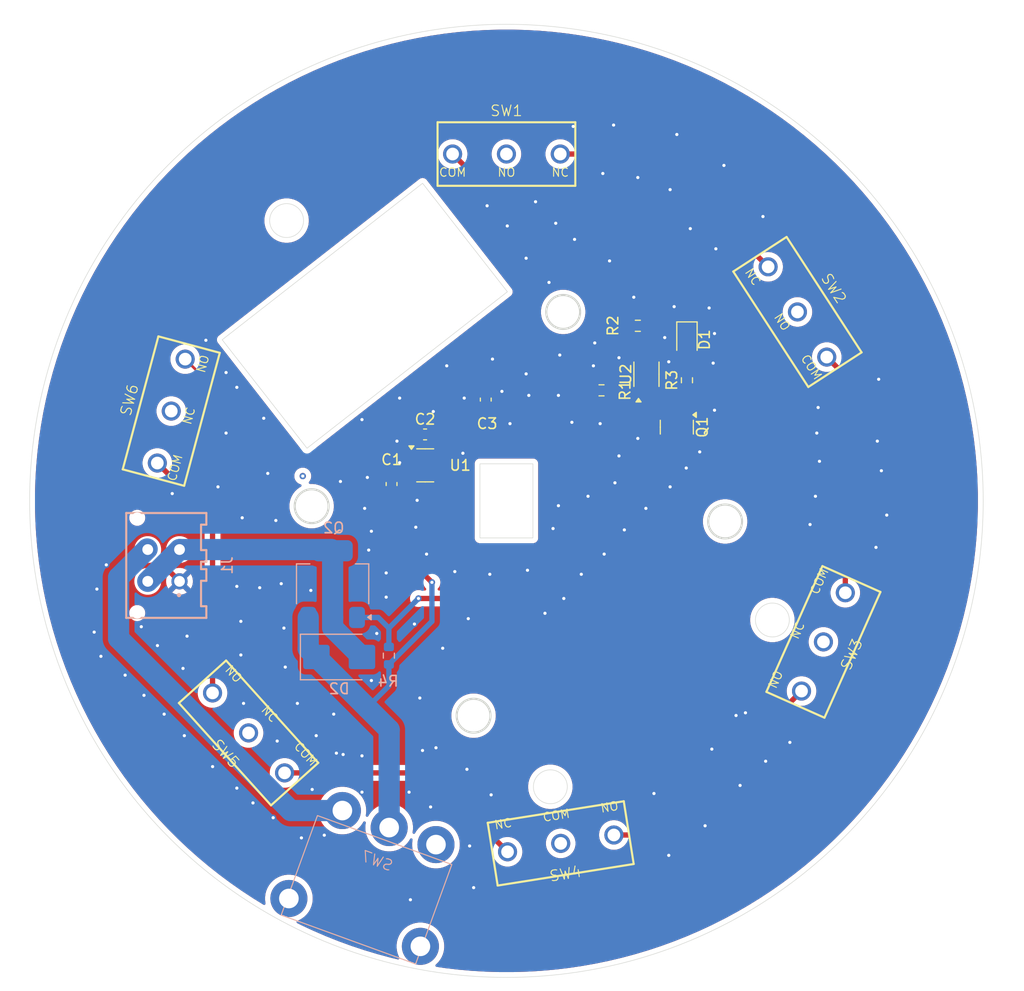
<source format=kicad_pcb>
(kicad_pcb (version 20241229) (generator "pcbnew") (generator_version "9.0")
  (layers (0 "F.Cu" signal) (2 "B.Cu" signal) (13 "F.Paste" user) (15 "B.Paste" user) (5 "F.SilkS" user "F.Silkscreen") (7 "B.SilkS" user "B.Silkscreen") (1 "F.Mask" user) (3 "B.Mask" user) (25 "Edge.Cuts" user))
  (net 0 "")
  (net 1 "Net-(D1-A)")
  (net 2 "GND")
  (net 3 "VPP")
  (net 5 "Net-(U2-~{CLR})")
  (net 6 "+3.3V")
  (net 7 "+BATT")
  (net 8 "Net-(J1-Pin_4)")
  (net 9 "Net-(Q1-G)")
  (net 10 "Net-(Q1-D)")
  (net 11 "/AU")
  (net 13 "Net-(SW1-C-Pad3)")
  (net 15 "Net-(SW2-C-Pad3)")
  (net 16 "Net-(SW3-C-Pad3)")
  (net 18 "Net-(SW4-C-Pad3)")
  (net 21 "Net-(SW5-C-Pad3)")
  (footprint "Package_SO:VSSOP-8_2.3x2mm_P0.5mm" (layer "F.Cu") (at 153.216 88.044 90)
    (property "Reference" "U2" (at 0 -1.95 90) (layer "F.SilkS"))
    (property "Value" "SN74LVC2G74")
    (fp_line (start 0 -1.185) (end 1.15 -1.185) (stroke (width 0.12)) (layer "F.SilkS"))
    (fp_line (start 0 -1.185) (end -1.15 -1.185) (stroke (width 0.12)) (layer "F.SilkS"))
    (fp_line (start 0 1.185) (end 1.15 1.185) (stroke (width 0.12)) (layer "F.SilkS"))
    (fp_line (start 0 1.185) (end -1.15 1.185) (stroke (width 0.12)) (layer "F.SilkS"))
    (fp_poly (pts (xy -2.285 -0.75) (xy -2.615 -0.51) (xy -2.615 -0.99)) (stroke (width 0.12)) (fill yes) (layer "F.SilkS"))
    (pad "1" smd roundrect (at -1.4 -0.75 90) (size 1.25 0.35) (layers "F.Cu" "F.Mask" "F.Paste") (net 11 "/AU"))
    (pad "2" smd roundrect (at -1.4 -0.25 90) (size 1.25 0.35) (layers "F.Cu" "F.Mask" "F.Paste") (net 6 "+3.3V"))
    (pad "3" smd roundrect (at -1.4 0.25 90) (size 1.25 0.35) (layers "F.Cu" "F.Mask" "F.Paste") (net 9 "Net-(Q1-G)"))
    (pad "4" smd roundrect (at -1.4 0.75 90) (size 1.25 0.35) (layers "F.Cu" "F.Mask" "F.Paste") (net 2 "GND"))
    (pad "5" smd roundrect (at 1.4 0.75 90) (size 1.25 0.35) (layers "F.Cu" "F.Mask" "F.Paste"))
    (pad "6" smd roundrect (at 1.4 0.25 90) (size 1.25 0.35) (layers "F.Cu" "F.Mask" "F.Paste") (net 5 "Net-(U2-~{CLR})"))
    (pad "7" smd roundrect (at 1.4 -0.25 90) (size 1.25 0.35) (layers "F.Cu" "F.Mask" "F.Paste") (net 6 "+3.3V"))
    (pad "8" smd roundrect (at 1.4 -0.75 90) (size 1.25 0.35) (layers "F.Cu" "F.Mask" "F.Paste") (net 6 "+3.3V"))
  )
  (footprint "Resistor_SMD:R_0603_1608Metric" (layer "F.Cu") (at 148.974 89.565 180)
    (property "Reference" "R1" (at -2.222 0 90) (layer "F.SilkS"))
    (property "Value" "10k")
    (fp_line (start -0.237258 0.5225) (end 0.237258 0.5225) (stroke (width 0.12)) (layer "F.SilkS"))
    (fp_line (start -0.237258 -0.5225) (end 0.237258 -0.5225) (stroke (width 0.12)) (layer "F.SilkS"))
    (pad "1" smd roundrect (at -0.825 0 180) (size 0.8 0.95) (layers "F.Cu" "F.Mask" "F.Paste") (net 11 "/AU"))
    (pad "2" smd roundrect (at 0.825 0 180) (size 0.8 0.95) (layers "F.Cu" "F.Mask" "F.Paste") (net 2 "GND"))
  )
  (footprint "Package_TO_SOT_SMD:SOT-23" (layer "F.Cu") (at 156.083 93.0425 -90)
    (property "Reference" "Q1" (at 0 -2.4 90) (layer "F.SilkS"))
    (property "Value" "Q_NMOS_GSD")
    (fp_line (start 0 1.56) (end -0.65 1.56) (stroke (width 0.12)) (layer "F.SilkS"))
    (fp_line (start 0 1.56) (end 0.65 1.56) (stroke (width 0.12)) (layer "F.SilkS"))
    (fp_line (start 0 -1.56) (end -0.65 -1.56) (stroke (width 0.12)) (layer "F.SilkS"))
    (fp_line (start 0 -1.56) (end 0.65 -1.56) (stroke (width 0.12)) (layer "F.SilkS"))
    (fp_poly (pts (xy -1.1625 -1.51) (xy -1.4025 -1.84) (xy -0.9225 -1.84)) (stroke (width 0.12)) (fill yes) (layer "F.SilkS"))
    (pad "1" smd roundrect (at -0.9375 -0.95 270) (size 1.475 0.6) (layers "F.Cu" "F.Mask" "F.Paste") (net 9 "Net-(Q1-G)"))
    (pad "2" smd roundrect (at -0.9375 0.95 270) (size 1.475 0.6) (layers "F.Cu" "F.Mask" "F.Paste") (net 2 "GND"))
    (pad "3" smd roundrect (at 0.9375 0 270) (size 1.475 0.6) (layers "F.Cu" "F.Mask" "F.Paste") (net 10 "Net-(Q1-D)"))
  )
  (footprint "ComponentsEvo:463092370402" (layer "F.Cu") (at 115.662006 121.914027 132)
    (property "Reference" "SW5" (at 0 -3.5 132) (layer "F.SilkS") (effects (font (thickness 0.1)) (justify bottom)))
    (property "Value" "463092370402")
    (fp_line (start 6.5 -3.000001) (end 6.500001 2.999999) (stroke (width 0.2)) (layer "F.SilkS"))
    (fp_line (start 6.500001 2.999999) (end -6.5 3.000001) (stroke (width 0.2)) (layer "F.SilkS"))
    (fp_line (start -6.500001 -2.999999) (end 6.5 -3.000001) (stroke (width 0.2)) (layer "F.SilkS"))
    (fp_line (start -6.5 3.000001) (end -6.500001 -2.999999) (stroke (width 0.2)) (layer "F.SilkS"))
    (fp_text user "COM" (at -5.08 2.2 132) (layer "F.SilkS") (effects (font (size 0.8 0.8) (thickness 0.1)) (justify bottom)))
    (fp_text user "NC" (at 0.000001 2.2 132) (layer "F.SilkS") (effects (font (size 0.8 0.8) (thickness 0.1) (bold yes)) (justify bottom)))
    (fp_text user "NO" (at 5.080001 2.200001 132) (layer "F.SilkS") (effects (font (size 0.8 0.8) (thickness 0.1) (bold yes)) (justify bottom)))
    (pad "1" thru_hole circle (at -5.080001 0 132) (size 1.8 1.8) (drill 1.2) (layers "*.Cu" "*.Mask") (net 18 "Net-(SW4-C-Pad3)"))
    (pad "2" thru_hole circle (at 0 0 132) (size 1.8 1.8) (drill 1.2) (layers "*.Cu" "*.Mask"))
    (pad "3" thru_hole circle (at 5.080001 0 132) (size 1.8 1.8) (drill 1.2) (layers "*.Cu" "*.Mask") (net 21 "Net-(SW5-C-Pad3)"))
  )
  (footprint "Capacitor_SMD:C_0603_1608Metric" (layer "F.Cu") (at 132.321 93.726)
    (property "Reference" "C2" (at 0 -1.43 0) (layer "F.SilkS"))
    (property "Value" "1uF")
    (fp_line (start -0.14058 -0.51) (end 0.14058 -0.51) (stroke (width 0.12)) (layer "F.SilkS"))
    (fp_line (start -0.14058 0.51) (end 0.14058 0.51) (stroke (width 0.12)) (layer "F.SilkS"))
    (pad "1" smd roundrect (at -0.775 0) (size 0.9 0.95) (layers "F.Cu" "F.Mask" "F.Paste") (net 2 "GND"))
    (pad "2" smd roundrect (at 0.775 0) (size 0.9 0.95) (layers "F.Cu" "F.Mask" "F.Paste") (net 6 "+3.3V"))
  )
  (footprint "Capacitor_SMD:C_0603_1608Metric" (layer "F.Cu") (at 138.049 90.437 -90)
    (property "Reference" "C3" (at 2.273 -0.127 0) (layer "F.SilkS"))
    (property "Value" "100nF")
    (fp_line (start -0.14058 0.51) (end 0.14058 0.51) (stroke (width 0.12)) (layer "F.SilkS"))
    (fp_line (start -0.14058 -0.51) (end 0.14058 -0.51) (stroke (width 0.12)) (layer "F.SilkS"))
    (pad "1" smd roundrect (at -0.775 0 270) (size 0.9 0.95) (layers "F.Cu" "F.Mask" "F.Paste") (net 2 "GND"))
    (pad "2" smd roundrect (at 0.775 0 270) (size 0.9 0.95) (layers "F.Cu" "F.Mask" "F.Paste") (net 6 "+3.3V"))
  )
  (footprint "ComponentsEvo:463092370402" (layer "F.Cu") (at 108.365929 91.523676 75)
    (property "Reference" "SW6" (at 0 -3.500001 75) (layer "F.SilkS") (effects (font (thickness 0.1)) (justify bottom)))
    (property "Value" "463092370402")
    (fp_line (start -6.499999 -3.000001) (end 6.499999 -3) (stroke (width 0.2)) (layer "F.SilkS"))
    (fp_line (start 6.499999 -3) (end 6.499999 3.000001) (stroke (width 0.2)) (layer "F.SilkS"))
    (fp_line (start -6.499999 3) (end -6.499999 -3.000001) (stroke (width 0.2)) (layer "F.SilkS"))
    (fp_line (start 6.499999 3.000001) (end -6.499999 3) (stroke (width 0.2)) (layer "F.SilkS"))
    (fp_text user "COM" (at -5.08 2.2 75) (layer "F.SilkS") (effects (font (size 0.8 0.8) (thickness 0.1)) (justify bottom)))
    (fp_text user "NC" (at 0.000001 2.199999 75) (layer "F.SilkS") (effects (font (size 0.8 0.8) (thickness 0.1) (bold yes)) (justify bottom)))
    (fp_text user "NO" (at 5.080001 2.199999 75) (layer "F.SilkS") (effects (font (size 0.8 0.8) (thickness 0.1) (bold yes)) (justify bottom)))
    (pad "1" thru_hole circle (at -5.079999 0 75) (size 1.8 1.8) (drill 1.2) (layers "*.Cu" "*.Mask") (net 21 "Net-(SW5-C-Pad3)"))
    (pad "2" thru_hole circle (at 0 0 75) (size 1.8 1.8) (drill 1.2) (layers "*.Cu" "*.Mask"))
    (pad "3" thru_hole circle (at 5.079999 0 75) (size 1.8 1.8) (drill 1.2) (layers "*.Cu" "*.Mask") (net 11 "/AU"))
  )
  (footprint "Capacitor_SMD:C_0603_1608Metric" (layer "F.Cu") (at 129.159 98.412 -90)
    (property "Reference" "C1" (at -2.299 0 0) (layer "F.SilkS"))
    (property "Value" "1uF")
    (fp_line (start -0.14058 0.51) (end 0.14058 0.51) (stroke (width 0.12)) (layer "F.SilkS"))
    (fp_line (start -0.14058 -0.51) (end 0.14058 -0.51) (stroke (width 0.12)) (layer "F.SilkS"))
    (pad "1" smd roundrect (at -0.775 0 270) (size 0.9 0.95) (layers "F.Cu" "F.Mask" "F.Paste") (net 2 "GND"))
    (pad "2" smd roundrect (at 0.775 0 270) (size 0.9 0.95) (layers "F.Cu" "F.Mask" "F.Paste") (net 7 "+BATT"))
  )
  (footprint "ComponentsEvo:463092370402" (layer "F.Cu") (at 145.123228 132.346793 -171)
    (property "Reference" "SW4" (at 0.000001 -3.5 189) (layer "F.SilkS") (effects (font (thickness 0.1)) (justify bottom)))
    (property "Value" "463092370402")
    (fp_line (start 6.5 3) (end -6.5 3.000001) (stroke (width 0.2)) (layer "F.SilkS"))
    (fp_line (start 6.5 -3.000001) (end 6.5 3) (stroke (width 0.2)) (layer "F.SilkS"))
    (fp_line (start -6.5 3.000001) (end -6.5 -3) (stroke (width 0.2)) (layer "F.SilkS"))
    (fp_line (start -6.5 -3) (end 6.5 -3.000001) (stroke (width 0.2)) (layer "F.SilkS"))
    (fp_text user "NO" (at -5.079999 2.200001 189) (layer "F.SilkS") (effects (font (size 0.8 0.8) (thickness 0.1)) (justify bottom)))
    (fp_text user "COM" (at 0 2.200001 189) (layer "F.SilkS") (effects (font (size 0.8 0.8) (thickness 0.1) (bold yes)) (justify bottom)))
    (fp_text user "NC" (at 5.08 2.200001 189) (layer "F.SilkS") (effects (font (size 0.8 0.8) (thickness 0.1) (bold yes)) (justify bottom)))
    (pad "1" thru_hole circle (at -5.08 0 189) (size 1.8 1.8) (drill 1.2) (layers "*.Cu" "*.Mask") (net 16 "Net-(SW3-C-Pad3)"))
    (pad "2" thru_hole circle (at 0 0 189) (size 1.8 1.8) (drill 1.2) (layers "*.Cu" "*.Mask"))
    (pad "3" thru_hole circle (at 5.08 0 189) (size 1.8 1.8) (drill 1.2) (layers "*.Cu" "*.Mask") (net 18 "Net-(SW4-C-Pad3)"))
  )
  (footprint "Package_TO_SOT_SMD:SOT-23-5" (layer "F.Cu") (at 132.334 96.647)
    (property "Reference" "U1" (at 3.302 0 0) (layer "F.SilkS"))
    (property "Value" "NCP718xSN330")
    (fp_line (start 0 -1.56) (end -0.8 -1.56) (stroke (width 0.12)) (layer "F.SilkS"))
    (fp_line (start 0 -1.56) (end 0.8 -1.56) (stroke (width 0.12)) (layer "F.SilkS"))
    (fp_line (start 0 1.56) (end -0.8 1.56) (stroke (width 0.12)) (layer "F.SilkS"))
    (fp_line (start 0 1.56) (end 0.8 1.56) (stroke (width 0.12)) (layer "F.SilkS"))
    (fp_poly (pts (xy -1.3 -1.51) (xy -1.54 -1.84) (xy -1.06 -1.84)) (stroke (width 0.12)) (fill yes) (layer "F.SilkS"))
    (pad "1" smd roundrect (at -1.1375 -0.95) (size 1.325 0.6) (layers "F.Cu" "F.Mask" "F.Paste") (net 7 "+BATT"))
    (pad "2" smd roundrect (at -1.1375 0) (size 1.325 0.6) (layers "F.Cu" "F.Mask" "F.Paste") (net 2 "GND"))
    (pad "3" smd roundrect (at -1.1375 0.95) (size 1.325 0.6) (layers "F.Cu" "F.Mask" "F.Paste") (net 7 "+BATT"))
    (pad "4" smd roundrect (at 1.1375 0.95) (size 1.325 0.6) (layers "F.Cu" "F.Mask" "F.Paste"))
    (pad "5" smd roundrect (at 1.1375 -0.95) (size 1.325 0.6) (layers "F.Cu" "F.Mask" "F.Paste") (net 6 "+3.3V"))
  )
  (footprint "ComponentsEvo:463092370402" (layer "F.Cu") (at 140 67.25)
    (property "Reference" "SW1" (at 0 -3.5 0) (layer "F.SilkS") (effects (font (thickness 0.1)) (justify bottom)))
    (property "Value" "463092370402")
    (fp_line (start -6.5 -3) (end 6.5 -3) (stroke (width 0.2)) (layer "F.SilkS"))
    (fp_line (start -6.5 3) (end -6.5 -3) (stroke (width 0.2)) (layer "F.SilkS"))
    (fp_line (start 6.5 -3) (end 6.5 3) (stroke (width 0.2)) (layer "F.SilkS"))
    (fp_line (start 6.5 3) (end -6.5 3) (stroke (width 0.2)) (layer "F.SilkS"))
    (fp_text user "NC" (at 5.08 2.2 0) (layer "F.SilkS") (effects (font (size 0.8 0.8) (thickness 0.1) (bold yes)) (justify bottom)))
    (fp_text user "NO" (at 0 2.2 0) (layer "F.SilkS") (effects (font (size 0.8 0.8) (thickness 0.1) (bold yes)) (justify bottom)))
    (fp_text user "COM" (at -5.08 2.2 0) (layer "F.SilkS") (effects (font (size 0.8 0.8) (thickness 0.1)) (justify bottom)))
    (pad "1" thru_hole circle (at -5.08 0) (size 1.8 1.8) (drill 1.2) (layers "*.Cu" "*.Mask") (net 6 "+3.3V"))
    (pad "2" thru_hole circle (at 0 0) (size 1.8 1.8) (drill 1.2) (layers "*.Cu" "*.Mask"))
    (pad "3" thru_hole circle (at 5.08 0) (size 1.8 1.8) (drill 1.2) (layers "*.Cu" "*.Mask") (net 13 "Net-(SW1-C-Pad3)"))
  )
  (footprint "LED_SMD:LED_0805_2012Metric" (layer "F.Cu") (at 157.038 84.7875 -90)
    (property "Reference" "D1" (at 0 -1.65 90) (layer "F.SilkS"))
    (property "Value" "LED")
    (fp_line (start -1.685 0.96) (end 1 0.96) (stroke (width 0.12)) (layer "F.SilkS"))
    (fp_line (start -1.685 -0.96) (end -1.685 0.96) (stroke (width 0.12)) (layer "F.SilkS"))
    (fp_line (start 1 -0.96) (end -1.685 -0.96) (stroke (width 0.12)) (layer "F.SilkS"))
    (pad "1" smd roundrect (at -0.9375 0 270) (size 0.975 1.4) (layers "F.Cu" "F.Mask" "F.Paste") (net 2 "GND"))
    (pad "2" smd roundrect (at 0.9375 0 270) (size 0.975 1.4) (layers "F.Cu" "F.Mask" "F.Paste") (net 1 "Net-(D1-A)"))
  )
  (footprint "ComponentsEvo:463092370402" (layer "F.Cu") (at 169.918613 113.320625 -114)
    (property "Reference" "SW3" (at 0 -3.5 246) (layer "F.SilkS") (effects (font (thickness 0.1)) (justify bottom)))
    (property "Value" "463092370402")
    (fp_line (start 6.5 2.999999) (end -6.500001 2.999999) (stroke (width 0.2)) (layer "F.SilkS"))
    (fp_line (start -6.500001 2.999999) (end -6.5 -2.999999) (stroke (width 0.2)) (layer "F.SilkS"))
    (fp_line (start 6.500001 -2.999999) (end 6.5 2.999999) (stroke (width 0.2)) (layer "F.SilkS"))
    (fp_line (start -6.5 -2.999999) (end 6.500001 -2.999999) (stroke (width 0.2)) (layer "F.SilkS"))
    (fp_text user "COM" (at -5.08 2.2 246) (layer "F.SilkS") (effects (font (size 0.8 0.8) (thickness 0.1)) (justify bottom)))
    (fp_text user "NC" (at 0 2.200001 246) (layer "F.SilkS") (effects (font (size 0.8 0.8) (thickness 0.1) (bold yes)) (justify bottom)))
    (fp_text user "NO" (at 5.08 2.200001 246) (layer "F.SilkS") (effects (font (size 0.8 0.8) (thickness 0.1) (bold yes)) (justify bottom)))
    (pad "1" thru_hole circle (at -5.08 0 246) (size 1.8 1.8) (drill 1.2) (layers "*.Cu" "*.Mask") (net 15 "Net-(SW2-C-Pad3)"))
    (pad "2" thru_hole circle (at 0 0 246) (size 1.8 1.8) (drill 1.2) (layers "*.Cu" "*.Mask"))
    (pad "3" thru_hole circle (at 5.08 0 246) (size 1.8 1.8) (drill 1.2) (layers "*.Cu" "*.Mask") (net 16 "Net-(SW3-C-Pad3)"))
  )
  (footprint "ComponentsEvo:463092370402" (layer "F.Cu") (at 167.466461 82.163071 -57)
    (property "Reference" "SW2" (at -0.000001 -3.499999 303) (layer "F.SilkS") (effects (font (thickness 0.1)) (justify bottom)))
    (property "Value" "463092370402")
    (fp_line (start -6.5 2.999999) (end -6.499999 -3) (stroke (width 0.2)) (layer "F.SilkS"))
    (fp_line (start -6.499999 -3) (end 6.5 -2.999999) (stroke (width 0.2)) (layer "F.SilkS"))
    (fp_line (start 6.499999 3) (end -6.5 2.999999) (stroke (width 0.2)) (layer "F.SilkS"))
    (fp_line (start 6.5 -2.999999) (end 6.499999 3) (stroke (width 0.2)) (layer "F.SilkS"))
    (fp_text user "NC" (at -5.080001 2.2 303) (layer "F.SilkS") (effects (font (size 0.8 0.8) (thickness 0.1)) (justify bottom)))
    (fp_text user "NO" (at -0.000001 2.2 303) (layer "F.SilkS") (effects (font (size 0.8 0.8) (thickness 0.1) (bold yes)) (justify bottom)))
    (fp_text user "COM" (at 5.08 2.2 303) (layer "F.SilkS") (effects (font (size 0.8 0.8) (thickness 0.1) (bold yes)) (justify bottom)))
    (pad "1" thru_hole circle (at -5.079999 0 303) (size 1.8 1.8) (drill 1.2) (layers "*.Cu" "*.Mask") (net 13 "Net-(SW1-C-Pad3)"))
    (pad "2" thru_hole circle (at 0 0 303) (size 1.8 1.8) (drill 1.2) (layers "*.Cu" "*.Mask"))
    (pad "3" thru_hole circle (at 5.079999 0 303) (size 1.8 1.8) (drill 1.2) (layers "*.Cu" "*.Mask") (net 15 "Net-(SW2-C-Pad3)"))
  )
  (footprint "Resistor_SMD:R_0603_1608Metric" (layer "F.Cu") (at 157.038 88.612 90)
    (property "Reference" "R3" (at 0 -1.43 90) (layer "F.SilkS"))
    (property "Value" "30")
    (fp_line (start -0.237258 -0.5225) (end 0.237258 -0.5225) (stroke (width 0.12)) (layer "F.SilkS"))
    (fp_line (start -0.237258 0.5225) (end 0.237258 0.5225) (stroke (width 0.12)) (layer "F.SilkS"))
    (pad "1" smd roundrect (at -0.825 0 90) (size 0.8 0.95) (layers "F.Cu" "F.Mask" "F.Paste") (net 9 "Net-(Q1-G)"))
    (pad "2" smd roundrect (at 0.825 0 90) (size 0.8 0.95) (layers "F.Cu" "F.Mask" "F.Paste") (net 1 "Net-(D1-A)"))
  )
  (footprint "Resistor_SMD:R_0603_1608Metric" (layer "F.Cu") (at 152.403 83.469)
    (property "Reference" "R2" (at -2.35 0 90) (layer "F.SilkS"))
    (property "Value" "10k")
    (fp_line (start -0.237258 -0.5225) (end 0.237258 -0.5225) (stroke (width 0.12)) (layer "F.SilkS"))
    (fp_line (start -0.237258 0.5225) (end 0.237258 0.5225) (stroke (width 0.12)) (layer "F.SilkS"))
    (pad "1" smd roundrect (at -0.825 0) (size 0.8 0.95) (layers "F.Cu" "F.Mask" "F.Paste") (net 6 "+3.3V"))
    (pad "2" smd roundrect (at 0.825 0) (size 0.8 0.95) (layers "F.Cu" "F.Mask" "F.Paste") (net 5 "Net-(U2-~{CLR})"))
  )
  (footprint "Resistor_SMD:R_0603_1608Metric" (layer "B.Cu") (at 128.905 114.618 90)
    (property "Reference" "R4" (at -2.413 -0.063 0) (layer "B.SilkS") (effects (justify mirror)))
    (property "Value" "10k")
    (fp_line (start -0.237258 -0.5225) (end 0.237258 -0.5225) (stroke (width 0.12)) (layer "B.SilkS"))
    (fp_line (start -0.237258 0.5225) (end 0.237258 0.5225) (stroke (width 0.12)) (layer "B.SilkS"))
    (pad "1" smd roundrect (at -0.825 0 90) (size 0.8 0.95) (layers "B.Cu" "B.Mask" "B.Paste") (net 7 "+BATT"))
    (pad "2" smd roundrect (at 0.825 0 90) (size 0.8 0.95) (layers "B.Cu" "B.Mask" "B.Paste") (net 10 "Net-(Q1-D)"))
  )
  (footprint "Diode_SMD:D_SMB" (layer "B.Cu") (at 124.215 114.745)
    (property "Reference" "D2" (at 0 3 0) (layer "B.SilkS") (effects (justify mirror)))
    (property "Value" "D")
    (fp_line (start -3.66 -2.15) (end 2.15 -2.15) (stroke (width 0.12)) (layer "B.SilkS"))
    (fp_line (start -3.66 2.15) (end -3.66 -2.15) (stroke (width 0.12)) (layer "B.SilkS"))
    (fp_line (start -3.66 2.15) (end 2.15 2.15) (stroke (width 0.12)) (layer "B.SilkS"))
    (pad "1" smd roundrect (at -2.15 0) (size 2.5 2.3) (layers "B.Cu" "B.Mask" "B.Paste") (roundrect_rratio 0.1086956522) (net 7 "+BATT"))
    (pad "2" smd roundrect (at 2.15 0) (size 2.5 2.3) (layers "B.Cu" "B.Mask" "B.Paste") (roundrect_rratio 0.1086956522) (net 3 "VPP"))
  )
  (footprint "ConnectorsEvo:66200421122" (layer "B.Cu") (at 107.646 106.099999 -90)
    (property "Reference" "J1" (at 0 -6 90) (layer "B.SilkS") (effects (justify mirror)))
    (property "Value" "AU")
    (fp_line (start -4.95 3.53) (end 4.95 3.53) (stroke (width 0.2)) (layer "B.SilkS"))
    (fp_line (start 4.95 3.53) (end 4.95 -4.030001) (stroke (width 0.2)) (layer "B.SilkS"))
    (fp_line (start 0.35 -3.529999) (end -0.35 -3.53) (stroke (width 0.2)) (layer "B.SilkS"))
    (fp_line (start -3.85 -3.53) (end -3.85 -4.03) (stroke (width 0.2)) (layer "B.SilkS"))
    (fp_line (start -1.45 -3.53) (end -3.85 -3.53) (stroke (width 0.2)) (layer "B.SilkS"))
    (fp_line (start -0.35 -3.53) (end -0.35 -4.03) (stroke (width 0.2)) (layer "B.SilkS"))
    (fp_line (start 1.45 -3.53) (end 1.45 -4.03) (stroke (width 0.2)) (layer "B.SilkS"))
    (fp_line (start 3.85 -3.530001) (end 1.45 -3.53) (stroke (width 0.2)) (layer "B.SilkS"))
    (fp_line (start -4.95 -4.03) (end -4.95 3.53) (stroke (width 0.2)) (layer "B.SilkS"))
    (fp_line (start -3.85 -4.03) (end -4.95 -4.03) (stroke (width 0.2)) (layer "B.SilkS"))
    (fp_line (start -1.45 -4.03) (end -1.45 -3.53) (stroke (width 0.2)) (layer "B.SilkS"))
    (fp_line (start -0.35 -4.03) (end -1.45 -4.03) (stroke (width 0.2)) (layer "B.SilkS"))
    (fp_line (start 0.35 -4.03) (end 0.35 -3.529999) (stroke (width 0.2)) (layer "B.SilkS"))
    (fp_line (start 1.45 -4.03) (end 0.35 -4.03) (stroke (width 0.2)) (layer "B.SilkS"))
    (fp_line (start 3.85 -4.03) (end 3.85 -3.530001) (stroke (width 0.2)) (layer "B.SilkS"))
    (fp_line (start 4.95 -4.030001) (end 3.85 -4.03) (stroke (width 0.2)) (layer "B.SilkS"))
    (fp_circle (center 2.8 -1.45) (end 2.9 -1.45) (stroke (width 0.2)) (fill no) (layer "B.SilkS"))
    (pad "" np_thru_hole circle (at -4.499999 2.49 270) (size 1.02 1.02) (drill 1.02) (layers "*.Cu" "*.Mask"))
    (pad "" np_thru_hole circle (at 4.5 2.49 270) (size 1.02 1.02) (drill 1.02) (layers "*.Cu" "*.Mask"))
    (pad "1" thru_hole circle (at 1.5 -1.5 270) (size 1.53 1.53) (drill 1.02) (layers "*.Cu" "*.Mask") (net 2 "GND"))
    (pad "2" thru_hole circle (at -1.5 -1.5 270) (size 1.53 1.53) (drill 1.02) (layers "*.Cu" "*.Mask") (net 3 "VPP"))
    (pad "3" thru_hole circle (at 1.5 1.5 270) (size 1.53 1.53) (drill 1.02) (layers "*.Cu" "*.Mask") (net 3 "VPP"))
    (pad "4" thru_hole circle (at -1.5 1.5 270) (size 1.53 1.53) (drill 1.02) (layers "*.Cu" "*.Mask") (net 8 "Net-(J1-Pin_4)"))
  )
  (footprint "Package_TO_SOT_SMD:SOT-223-3_TabPin2" (layer "B.Cu") (at 123.596 107.862 90)
    (property "Reference" "Q2" (at 5.309 0.102 180) (layer "B.SilkS") (effects (justify mirror)))
    (property "Value" "Q_PMOS_GDS")
    (fp_line (start 1.91 -3.41) (end 1.91 -2.15) (stroke (width 0.12)) (layer "B.SilkS"))
    (fp_line (start -1.85 -3.41) (end 1.91 -3.41) (stroke (width 0.12)) (layer "B.SilkS"))
    (fp_line (start 1.91 3.41) (end 1.91 2.15) (stroke (width 0.12)) (layer "B.SilkS"))
    (fp_line (start -1.85 3.41) (end 1.91 3.41) (stroke (width 0.12)) (layer "B.SilkS"))
    (fp_poly (pts (xy -3.13 3.31) (xy -3.37 3.64) (xy -2.89 3.64) (xy -3.13 3.31)) (stroke (width 0.12)) (fill yes) (layer "B.SilkS"))
    (pad "1" smd roundrect (at -3.15 2.3 90) (size 2 1.5) (layers "B.Cu" "B.Mask" "B.Paste") (net 10 "Net-(Q1-D)"))
    (pad "2" smd roundrect (at -3.15 0 90) (size 2 1.5) (layers "B.Cu" "B.Mask" "B.Paste") (net 3 "VPP"))
    (pad "2" smd roundrect (at 3.15 0 90) (size 2 3.8) (layers "B.Cu" "B.Mask" "B.Paste") (net 3 "VPP"))
    (pad "3" smd roundrect (at -3.15 -2.3 90) (size 2 1.5) (layers "B.Cu" "B.Mask" "B.Paste") (net 7 "+BATT"))
  )
  (footprint "ComponentsEvo:Power Switch RS SPDT Angled" (layer "B.Cu") (at 128.933445 130.853505 160)
    (property "Reference" "SW7" (at 0 -3.35 340) (layer "B.SilkS") (effects (font (thickness 0.1)) (justify mirror)))
    (property "Value" "SW_ALIM")
    (fp_poly (pts (xy -6.75 -1.249999) (xy -6.75 -11.25) (xy 6.75 -11.25) (xy 6.75 -1.25)) (stroke (width 0.1)) (fill no) (layer "B.SilkS"))
    (pad "1" thru_hole circle (at 4.7 0 160) (size 3.5 3.5) (drill 1.85) (layers "*.Cu" "*.Mask") (net 8 "Net-(J1-Pin_4)"))
    (pad "2" thru_hole circle (at 0 0 160) (size 3.5 3.5) (drill 1.85) (layers "*.Cu" "*.Mask") (net 7 "+BATT"))
    (pad "3" thru_hole circle (at -4.7 0 160) (size 3.5 3.5) (drill 1.85) (layers "*.Cu" "*.Mask"))
    (pad "4" thru_hole circle (at -6.605 -9.53 160) (size 3.5 3.5) (drill 1.85) (layers "*.Cu" "*.Mask"))
    (pad "4" thru_hole circle (at 6.605 -9.53 160) (size 3.5 3.5) (drill 1.85) (layers "*.Cu" "*.Mask"))
  )
  (gr_circle (center 165.1 111.252) (end 166.7 111.252) (stroke (width 0.05)) (fill no) (layer "Edge.Cuts"))
  (gr_circle (center 121.615427 100.503102) (end 123.208061 100.349748) (stroke (width 0.2)) (fill no) (layer "Edge.Cuts"))
  (gr_circle (center 144.145 127) (end 145.745 127) (stroke (width 0.05)) (fill no) (layer "Edge.Cuts"))
  (gr_circle (center 145.356119 82.162455) (end 146.948752 82.009101) (stroke (width 0.2)) (fill no) (layer "Edge.Cuts"))
  (gr_poly (pts (xy 132.086069 70.012183) (xy 140.089668 80.256323) (xy 121.17741 95.032198) (xy 113.173811 84.788058)) (stroke (width 0.05)) (fill no) (layer "Edge.Cuts"))
  (gr_circle (center 140 100) (end 185 100) (stroke (width 0.05)) (fill no) (layer "Edge.Cuts"))
  (gr_circle (center 136.899303 120.287018) (end 138.491936 120.133665) (stroke (width 0.2)) (fill no) (layer "Edge.Cuts"))
  (gr_circle (center 119.253 73.533) (end 120.853 73.533) (stroke (width 0.05)) (fill no) (layer "Edge.Cuts"))
  (gr_rect (start 137.5 96.5) (end 142.5 103.5) (stroke (width 0.05)) (fill no) (layer "Edge.Cuts"))
  (gr_circle (center 160.639993 101.946363) (end 162.232627 101.79301) (stroke (width 0.2)) (fill no) (layer "Edge.Cuts"))
  (via (at 120.777 97.663) (size 0.6) (drill 0.3) (layers "F.Cu" "B.Cu") (net 0))
  (segment (start 157.038 87.787) (end 157.038 85.725) (width 0.5) (layer "F.Cu") (net 1))
  (via (at 160.528 68.326) (size 0.6) (drill 0.3) (layers "F.Cu" "B.Cu") (net 2))
  (via (at 162.56 120.015) (size 0.6) (drill 0.3) (layers "F.Cu" "B.Cu") (net 2))
  (via (at 135.89 95.504) (size 0.6) (drill 0.3) (layers "F.Cu" "B.Cu") (net 2))
  (via (at 148.336 85.09) (size 0.6) (drill 0.3) (layers "F.Cu" "B.Cu") (net 2))
  (via (at 144.399 102.616) (size 0.6) (drill 0.3) (layers "F.Cu" "B.Cu") (net 2))
  (via (at 148.209 87.249) (size 0.6) (drill 0.3) (layers "F.Cu" "B.Cu") (net 2))
  (via (at 127 104.648) (size 0.6) (drill 0.3) (layers "F.Cu" "B.Cu") (net 2))
  (via (at 147.701 99.568) (size 0.6) (drill 0.3) (layers "F.Cu" "B.Cu") (net 2))
  (via (at 127.254 102.87) (size 0.6) (drill 0.3) (layers "F.Cu" "B.Cu") (net 2))
  (via (at 107.061 113.665) (size 0.6) (drill 0.3) (layers "F.Cu" "B.Cu") (net 2))
  (via (at 109.601 122.174) (size 0.6) (drill 0.3) (layers "F.Cu" "B.Cu") (net 2))
  (via (at 124.333 98.171) (size 0.6) (drill 0.3) (layers "F.Cu" "B.Cu") (net 2))
  (via (at 169.164 99.568) (size 0.6) (drill 0.3) (layers "F.Cu" "B.Cu") (net 2))
  (via (at 116.713 108.204) (size 0.6) (drill 0.3) (layers "F.Cu" "B.Cu") (net 2))
  (via (at 131.572 99.949) (size 0.6) (drill 0.3) (layers "F.Cu" "B.Cu") (net 2))
  (via (at 168.656 102.235) (size 0.6) (drill 0.3) (layers "F.Cu" "B.Cu") (net 2))
  (via (at 155.321 86.868) (size 0.6) (drill 0.3) (layers "F.Cu" "B.Cu") (net 2))
  (via (at 123.698 120.142) (size 0.6) (drill 0.3) (layers "F.Cu" "B.Cu") (net 2))
  (via (at 150.114 64.516) (size 0.6) (drill 0.3) (layers "F.Cu" "B.Cu") (net 2))
  (via (at 144.018 79.375) (size 0.6) (drill 0.3) (layers "F.Cu" "B.Cu") (net 2))
  (via (at 108.458 99.314) (size 0.6) (drill 0.3) (layers "F.Cu" "B.Cu") (net 2))
  (via (at 129.921 90.297) (size 0.6) (drill 0.3) (layers "F.Cu" "B.Cu") (net 2))
  (via (at 140.081 74.041) (size 0.6) (drill 0.3) (layers "F.Cu" "B.Cu") (net 2))
  (via (at 118.999 112.014) (size 0.6) (drill 0.3) (layers "F.Cu" "B.Cu") (net 2))
  (via (at 149.733 77.343) (size 0.6) (drill 0.3) (layers "F.Cu" "B.Cu") (net 2))
  (via (at 126.365 127.508) (size 0.6) (drill 0.3) (layers "F.Cu" "B.Cu") (net 2))
  (via (at 152.019 80.772) (size 0.6) (drill 0.3) (layers "F.Cu" "B.Cu") (net 2))
  (via (at 101.092 112.395) (size 0.6) (drill 0.3) (layers "F.Cu" "B.Cu") (net 2))
  (via (at 130.81 127.508) (size 0.6) (drill 0.3) (layers "F.Cu" "B.Cu") (net 2))
  (via (at 120.65 131.826) (size 0.6) (drill 0.3) (layers "F.Cu" "B.Cu") (net 2))
  (via (at 136.017 90.297) (size 0.6) (drill 0.3) (layers "F.Cu" "B.Cu") (net 2))
  (via (at 174.879 104.394) (size 0.6) (drill 0.3) (layers "F.Cu" "B.Cu") (net 2))
  (via (at 153.162 100.711) (size 0.6) (drill 0.3) (layers "F.Cu" "B.Cu") (net 2))
  (via (at 156.972 96.901) (size 0.6) (drill 0.3) (layers "F.Cu" "B.Cu") (net 2))
  (via (at 122.809 131.572) (size 0.6) (drill 0.3) (layers "F.Cu" "B.Cu") (net 2))
  (via (at 169.291 93.599) (size 0.6) (drill 0.3) (layers "F.Cu" "B.Cu") (net 2))
  (via (at 133.35 123.317) (size 0.6) (drill 0.3) (layers "F.Cu" "B.Cu") (net 2))
  (via (at 136.398 111.125) (size 0.6) (drill 0.3) (layers "F.Cu" "B.Cu") (net 2))
  (via (at 117.094 92.202) (size 0.6) (drill 0.3) (layers "F.Cu" "B.Cu") (net 2))
  (via (at 149.098 69.088) (size 0.6) (drill 0.3) (layers "F.Cu" "B.Cu") (net 2))
  (via (at 114.935 114.554) (size 0.6) (drill 0.3) (layers "F.Cu" "B.Cu") (net 2))
  (via (at 158.242 95.377) (size 0.6) (drill 0.3) (layers "F.Cu" "B.Cu") (net 2))
  (via (at 114.554 127.127) (size 0.6) (drill 0.3) (layers "F.Cu" "B.Cu") (net 2))
  (via (at 115.189 119.126) (size 0.6) (drill 0.3) (layers "F.Cu" "B.Cu") (net 2))
  (via (at 146.431 75.311) (size 0.6) (drill 0.3) (layers "F.Cu" "B.Cu") (net 2))
  (via (at 128.651 109.093) (size 0.6) (drill 0.3) (layers "F.Cu" "B.Cu") (net 2))
  (via (at 159.639 91.44) (size 0.6) (drill 0.3) (layers "F.Cu" "B.Cu") (net 2))
  (via (at 132.842 128.905) (size 0.6) (drill 0.3) (layers "F.Cu" "B.Cu") (net 2))
  (via (at 127.254 116.967) (size 0.6) (drill 0.3) (layers "F.Cu" "B.Cu") (net 2))
  (via (at 117.475 97.409) (size 0.6) (drill 0.3) (layers "F.Cu" "B.Cu") (net 2))
  (via (at 164.211 73.152) (size 0.6) (drill 0.3) (layers "F.Cu" "B.Cu") (net 2))
  (via (at 138.176 72.136) (size 0.6) (drill 0.3) (layers "F.Cu" "B.Cu") (net 2))
  (via (at 105.791 118.364) (size 0.6) (drill 0.3) (layers "F.Cu" "B.Cu") (net 2))
  (via (at 131.445 102.489) (size 0.6) (drill 0.3) (layers "F.Cu" "B.Cu") (net 2))
  (via (at 121.666 127.254) (size 0.6) (drill 0.3) (layers "F.Cu" "B.Cu") (net 2))
  (via (at 102.235 106.045) (size 0.6) (drill 0.3) (layers "F.Cu" "B.Cu") (net 2))
  (via (at 142.113 90.043) (size 0.6) (drill 0.3) (layers "F.Cu" "B.Cu") (net 2))
  (via (at 116.078 128.524) (size 0.6) (drill 0.3) (layers "F.Cu" "B.Cu") (net 2))
  (via (at 157.353 74.295) (size 0.6) (drill 0.3) (layers "F.Cu" "B.Cu") (net 2))
  (via (at 175.387 97.155) (size 0.6) (drill 0.3) (layers "F.Cu" "B.Cu") (net 2))
  (via (at 143.637 110.617) (size 0.6) (drill 0.3) (layers "F.Cu" "B.Cu") (net 2))
  (via (at 138.43 106.934) (size 0.6) (drill 0.3) (layers "F.Cu" "B.Cu") (net 2))
  (via (at 111.633 84.836) (size 0.6) (drill 0.3) (layers "F.Cu" "B.Cu") (net 2))
  (via (at 162.052 126.873) (size 0.6) (drill 0.3) (layers "F.Cu" "B.Cu") (net 2))
  (via (at 104.013 116.459) (size 0.6) (drill 0.3) (layers "F.Cu" "B.Cu") (net 2))
  (via (at 136.525 132.588) (size 0.6) (drill 0.3) (layers "F.Cu" "B.Cu") (net 2))
  (via (at 138.557 127.762) (size 0.6) (drill 0.3) (layers "F.Cu" "B.Cu") (net 2))
  (via (at 144.907 90.043) (size 0.6) (drill 0.3) (layers "F.Cu" "B.Cu") (net 2))
  (via (at 156.083 65.405) (size 0.6) (drill 0.3) (layers "F.Cu" "B.Cu") (net 2))
  (via (at 169.418 91.186) (size 0.6) (drill 0.3) (layers "F.Cu" "B.Cu") (net 2))
  (via (at 101.727 114.681) (size 0.6) (drill 0.3) (layers "F.Cu" "B.Cu") (net 2))
  (via (at 132.461 105.029) (size 0.6) (drill 0.3) (layers "F.Cu" "B.Cu") (net 2))
  (via (at 159.639 84.201) (size 0.6) (drill 0.3) (layers "F.Cu" "B.Cu") (net 2))
  (via (at 155.829 81.661) (size 0.6) (drill 0.3) (layers "F.Cu" "B.Cu") (net 2))
  (via (at 166.751 122.809) (size 0.6) (drill 0.3) (layers "F.Cu" "B.Cu") (net 2))
  (via (at 141.859 88.011) (size 0.6) (drill 0.3) (layers "F.Cu" "B.Cu") (net 2))
  (via (at 152.4 69.469) (size 0.6) (drill 0.3) (layers "F.Cu" "B.Cu") (net 2))
  (via (at 148.844 92.71) (size 0.6) (drill 0.3) (layers "F.Cu" "B.Cu") (net 2))
  (via (at 164.465 124.587) (size 0.6) (drill 0.3) (layers "F.Cu" "B.Cu") (net 2))
  (via (at 109.474 115.824) (size 0.6) (drill 0.3) (layers "F.Cu" "B.Cu") (net 2))
  (via (at 136.906 136.525) (size 0.6) (drill 0.3) (layers "F.Cu" "B.Cu") (net 2))
  (via (at 141.859 77.089) (size 0.6) (drill 0.3) (layers "F.Cu" "B.Cu") (net 2))
  (via (at 150.622 86.487) (size 0.6) (drill 0.3) (layers "F.Cu" "B.Cu") (net 2))
  (via (at 159.385 123.444) (size 0.6) (drill 0.3) (layers "F.Cu" "B.Cu") (net 2))
  (via (at 154.94 84.582) (size 0.6) (drill 0.3) (layers "F.Cu" "B.Cu") (net 2))
  (via (at 144.653 73.787) (size 0.6) (drill 0.3) (layers "F.Cu" "B.Cu") (net 2))
  (via (at 151.13 102.743) (size 0.6) (drill 0.3) (layers "F.Cu" "B.Cu") (net 2))
  (via (at 126.619 100.711) (size 0.6) (drill 0.3) (layers "F.Cu" "B.Cu") (net 2))
  (via (at 135.128 106.68) (size 0.6) (drill 0.3) (layers "F.Cu" "B.Cu") (net 2))
  (via (at 147.066 106.934) (size 0.6) (drill 0.3) (layers "F.Cu" "B.Cu") (net 2))
  (via (at 131.318 111.633) (size 0.6) (drill 0.3) (layers "F.Cu" "B.Cu") (net 2))
  (via (at 120.269 119.126) (size 0.6) (drill 0.3) (layers "F.Cu" "B.Cu") (net 2))
  (via (at 132.08 123.571) (size 0.6) (drill 0.3) (layers "F.Cu" "B.Cu") (net 2))
  (via (at 113.538 93.599) (size 0.6) (drill 0.3) (layers "F.Cu" "B.Cu") (net 2))
  (via (at 105.537 111.887) (size 0.6) (drill 0.3) (layers "F.Cu" "B.Cu") (net 2))
  (via (at 128.651 106.807) (size 0.6) (drill 0.3) (layers "F.Cu" "B.Cu") (net 2))
  (via (at 150.241 98.298) (size 0.6) (drill 0.3) (layers "F.Cu" "B.Cu") (net 2))
  (via (at 146.177 92.583) (size 0.6) (drill 0.3) (layers "F.Cu" "B.Cu") (net 2))
  (via (at 114.554 108.077) (size 0.6) (drill 0.3) (layers "F.Cu" "B.Cu") (net 2))
  (via (at 133.985 113.919) (size 0.6) (drill 0.3) (layers "F.Cu" "B.Cu") (net 2))
  (via (at 129.921 96.393) (size 0.6) (drill 0.3) (layers "F.Cu" "B.Cu") (net 2))
  (via (at 107.696 120.142) (size 0.6) (drill 0.3) (layers "F.Cu" "B.Cu") (net 2))
  (via (at 150.622 95.758) (size 0.6) (drill 0.3) (layers "F.Cu" "B.Cu") (net 2))
  (via (at 139.573 89.662) (size 0.6) (drill 0.3) (layers "F.Cu" "B.Cu") (net 2))
  (via (at 145.034 86.233) (size 0.6) (drill 0.3) (layers "F.Cu" "B.Cu") (net 2))
  (via (at 161.671 120.269) (size 0.6) (drill 0.3) (layers "F.Cu" "B.Cu") (net 2))
  (via (at 133.096 91.567) (size 0.6) (drill 0.3) (layers "F.Cu" "B.Cu") (net 2))
  (via (at 142.748 71.755) (size 0.6) (drill 0.3) (layers "F.Cu" "B.Cu") (net 2))
  (via (at 115.062 101.6) (size 0.6) (drill 0.3) (layers "F.Cu" "B.Cu") (net 2))
  (via (at 153.924 127.635) (size 0.6) (drill 0.3) (layers "F.Cu" "B.Cu") (net 2))
  (via (at 138.684 86.614) (size 0.6) (drill 0.3) (layers "F.Cu" "B.Cu") (net 2))
  (via (at 126.873 97.79) (size 0.6) (drill 0.3) (layers "F.Cu" "B.Cu") (net 2))
  (via (at 159.512 86.995) (size 0.6) (drill 0.3) (layers "F.Cu" "B.Cu") (net 2))
  (via (at 159.766 76.2) (size 0.6) (drill 0.3) (layers "F.Cu" "B.Cu") (net 2))
  (via (at 129.667 94.361) (size 0.6) (drill 0.3) (layers "F.Cu" "B.Cu") (net 2))
  (via (at 159.131 81.788) (size 0.6) (drill 0.3) (layers "F.Cu" "B.Cu") (net 2))
  (via (at 149.225 105.029) (size 0.6) (drill 0.3) (layers "F.Cu" "B.Cu") (net 2))
  (via (at 118.745 107.823) (size 0.6) (drill 0.3) (layers "F.Cu" "B.Cu") (net 2))
  (via (at 169.545 96.266) (size 0.6) (drill 0.3) (layers "F.Cu" "B.Cu") (net 2))
  (via (at 121.539 108.458) (size 0.6) (drill 0.3) (layers "F.Cu" "B.Cu") (net 2))
  (via (at 175.006 94.361) (size 0.6) (drill 0.3) (layers "F.Cu" "B.Cu") (net 2))
  (via (at 134.366 87.249) (size 0.6) (drill 0.3) (layers "F.Cu" "B.Cu") (net 2))
  (via (at 146.304 64.643) (size 0.6) (drill 0.3) (layers "F.Cu" "B.Cu") (net 2))
  (via (at 112.268 125.095) (size 0.6) (drill 0.3) (layers "F.Cu" "B.Cu") (net 2))
  (via (at 155.321 133.477) (size 0.6) (drill 0.3) (layers "F.Cu" "B.Cu") (net 2))
  (via (at 118.364 122.682) (size 0.6) (drill 0.3) (layers "F.Cu" "B.Cu") (net 2))
  (via (at 140.335 92.71) (size 0.6) (drill 0.3) (layers "F.Cu" "B.Cu") (net 2))
  (via (at 126.365 92.329) (size 0.6) (drill 0.3) (layers "F.Cu" "B.Cu") (net 2))
  (via (at 175.133 88.519) (size 0.6) (drill 0.3) (layers "F.Cu" "B.Cu") (net 2))
  (via (at 152.4 94.107) (size 0.6) (drill 0.3) (layers "F.Cu" "B.Cu") (net 2))
  (via (at 123.952 123.825) (size 0.6) (drill 0.3) (layers "F.Cu" "B.Cu") (net 2))
  (via (at 109.855 112.776) (size 0.6) (drill 0.3) (layers "F.Cu" "B.Cu") (net 2))
  (via (at 130.937 137.668) (size 0.6) (drill 0.3) (layers "F.Cu" "B.Cu") (net 2))
  (via (at 101.346 108.331) (size 0.6) (drill 0.3) (layers "F.Cu" "B.Cu") (net 2))
  (via (at 144.907 100.457) (size 0.6) (drill 0.3) (layers "F.Cu" "B.Cu") (net 2))
  (via (at 158.75 130.683) (size 0.6) (drill 0.3) (layers "F.Cu" "B.Cu") (net 2))
  (via (at 113.538 87.884) (size 0.6) (drill 0.3) (layers "F.Cu" "B.Cu") (net 2))
  (via (at 124.587 123.952) (size 0.6) (drill 0.3) (layers "F.Cu" "B.Cu") (net 2))
  (via (at 119.126 115.697) (size 0.6) (drill 0.3) (layers "F.Cu" "B.Cu") (net 2))
  (via (at 141.986 106.553) (size 0.6) (drill 0.3) (layers "F.Cu" "B.Cu") (net 2))
  (via (at 155.448 98.679) (size 0.6) (drill 0.3) (layers "F.Cu" "B.Cu") (net 2))
  (via (at 127.762 112.522) (size 0.6) (drill 0.3) (layers "F.Cu" "B.Cu") (net 2))
  (via (at 117.983 129.921) (size 0.6) (drill 0.3) (layers "F.Cu" "B.Cu") (net 2))
  (via (at 118.237 101.854) (size 0.6) (drill 0.3) (layers "F.Cu" "B.Cu") (net 2))
  (via (at 136.271 125.349) (size 0.6) (drill 0.3) (layers "F.Cu" "B.Cu") (net 2))
  (via (at 112.776 98.679) (size 0.6) (drill 0.3) (layers "F.Cu" "B.Cu") (net 2))
  (via (at 126.365 124.079) (size 0.6) (drill 0.3) (layers "F.Cu" "B.Cu") (net 2))
  (via (at 145.415 109.22) (size 0.6) (drill 0.3) (layers "F.Cu" "B.Cu") (net 2))
  (via (at 131.826 118.618) (size 0.6) (drill 0.3) (layers "F.Cu" "B.Cu") (net 2))
  (via (at 122.047 122.174) (size 0.6) (drill 0.3) (layers "F.Cu" "B.Cu") (net 2))
  (via (at 114.554 89.281) (size 0.6) (drill 0.3) (layers "F.Cu" "B.Cu") (net 2))
  (via (at 114.935 111.379) (size 0.6) (drill 0.3) (layers "F.Cu" "B.Cu") (net 2))
  (via (at 155.448 70.612) (size 0.6) (drill 0.3) (layers "F.Cu" "B.Cu") (net 2))
  (via (at 175.895 101.346) (size 0.6) (drill 0.3) (layers "F.Cu" "B.Cu") (net 2))
  (segment (start 106.146 107.599999) (end 109.146 104.599999) (width 2) (layer "B.Cu") (net 3))
  (segment (start 109.146 104.599999) (end 123.483999 104.599999) (width 2) (layer "B.Cu") (net 3))
  (segment (start 123.596 104.712) (end 123.596 111.012) (width 2) (layer "B.Cu") (net 3))
  (segment (start 123.483999 104.599999) (end 123.596 104.712) (width 2) (layer "B.Cu") (net 3))
  (segment (start 123.596 111.976) (end 126.365 114.745) (width 2) (layer "B.Cu") (net 3))
  (segment (start 123.596 111.012) (end 123.596 111.976) (width 2) (layer "B.Cu") (net 3))
  (segment (start 153.466 85.421) (end 153.228 85.183) (width 0.25) (layer "F.Cu") (net 5))
  (segment (start 153.466 86.644) (end 153.466 85.421) (width 0.25) (layer "F.Cu") (net 5))
  (segment (start 153.228 85.183) (end 153.228 83.469) (width 0.25) (layer "F.Cu") (net 5))
  (segment (start 152.466 84.357) (end 151.578 83.469) (width 0.25) (layer "F.Cu") (net 6))
  (segment (start 133.096 93.726) (end 133.096 95.3215) (width 0.5) (layer "F.Cu") (net 6))
  (segment (start 152.466 86.644) (end 152.966 86.644) (width 0.25) (layer "F.Cu") (net 6))
  (segment (start 151.139 83.469) (end 134.92 67.25) (width 0.5) (layer "F.Cu") (net 6))
  (segment (start 135.535 93.726) (end 138.049 91.212) (width 0.5) (layer "F.Cu") (net 6))
  (segment (start 133.096 95.3215) (end 133.4715 95.697) (width 0.5) (layer "F.Cu") (net 6))
  (segment (start 152.966 90.62) (end 152.374 91.212) (width 0.25) (layer "F.Cu") (net 6))
  (segment (start 152.374 91.212) (end 138.049 91.212) (width 0.25) (layer "F.Cu") (net 6))
  (segment (start 152.966 89.444) (end 152.966 90.62) (width 0.25) (layer "F.Cu") (net 6))
  (segment (start 152.966 89.444) (end 152.966 86.644) (width 0.25) (layer "F.Cu") (net 6))
  (segment (start 151.578 83.469) (end 151.139 83.469) (width 0.5) (layer "F.Cu") (net 6))
  (segment (start 133.096 93.726) (end 135.535 93.726) (width 0.5) (layer "F.Cu") (net 6))
  (segment (start 152.466 86.644) (end 152.466 84.357) (width 0.25) (layer "F.Cu") (net 6))
  (segment (start 132.969 107.696) (end 129.159 103.886) (width 0.5) (layer "F.Cu") (net 7))
  (segment (start 132.31 96.2439) (end 132.31 97.145999) (width 0.5) (layer "F.Cu") (net 7))
  (segment (start 130.749 97.597) (end 129.159 99.187) (width 0.5) (layer "F.Cu") (net 7))
  (segment (start 132.31 97.145999) (end 131.858999 97.597) (width 0.5) (layer "F.Cu") (net 7))
  (segment (start 131.858999 97.597) (end 131.1965 97.597) (width 0.5) (layer "F.Cu") (net 7))
  (segment (start 131.7631 95.697) (end 132.31 96.2439) (width 0.5) (layer "F.Cu") (net 7))
  (segment (start 131.1965 95.697) (end 131.7631 95.697) (width 0.5) (layer "F.Cu") (net 7))
  (segment (start 131.1965 97.597) (end 130.749 97.597) (width 0.5) (layer "F.Cu") (net 7))
  (segment (start 129.159 103.886) (end 129.159 99.187) (width 0.5) (layer "F.Cu") (net 7))
  (via (at 132.969 107.696) (size 0.6) (drill 0.3) (layers "F.Cu" "B.Cu") (net 7))
  (segment (start 132.969 111.379) (end 132.969 107.696) (width 0.5) (layer "B.Cu") (net 7))
  (segment (start 128.905 115.443) (end 128.905 117.475) (width 0.5) (layer "B.Cu") (net 7))
  (segment (start 121.296 111.012) (end 121.296 113.976) (width 2) (layer "B.Cu") (net 7))
  (segment (start 128.933445 121.613445) (end 128.933445 130.853505) (width 2) (layer "B.Cu") (net 7))
  (segment (start 122.065 114.745) (end 126.85 119.53) (width 2) (layer "B.Cu") (net 7))
  (segment (start 128.905 115.443) (end 132.969 111.379) (width 0.5) (layer "B.Cu") (net 7))
  (segment (start 128.905 117.475) (end 126.85 119.53) (width 0.5) (layer "B.Cu") (net 7))
  (segment (start 121.296 113.976) (end 122.065 114.745) (width 2) (layer "B.Cu") (net 7))
  (segment (start 126.85 119.53) (end 128.933445 121.613445) (width 2) (layer "B.Cu") (net 7))
  (segment (start 124.51689 129.24601) (end 119.646734 129.24601) (width 2) (layer "B.Cu") (net 8))
  (segment (start 103.395 112.994276) (end 103.395 107.238315) (width 2) (layer "B.Cu") (net 8))
  (segment (start 119.646734 129.24601) (end 103.395 112.994276) (width 2) (layer "B.Cu") (net 8))
  (segment (start 103.395 107.238315) (end 106.089658 104.543657) (width 2) (layer "B.Cu") (net 8))
  (segment (start 153.466 90.347) (end 153.797 90.678) (width 0.25) (layer "F.Cu") (net 9))
  (segment (start 157.033 90.678) (end 157.033 89.442) (width 0.5) (layer "F.Cu") (net 9))
  (segment (start 153.797 90.678) (end 157.033 90.678) (width 0.25) (layer "F.Cu") (net 9))
  (segment (start 157.033 92.105) (end 157.033 90.678) (width 0.5) (layer "F.Cu") (net 9))
  (segment (start 157.033 89.442) (end 157.038 89.437) (width 0.5) (layer "F.Cu") (net 9))
  (segment (start 153.466 89.444) (end 153.466 90.347) (width 0.25) (layer "F.Cu") (net 9))
  (segment (start 156.083 93.98) (end 140.843 109.22) (width 0.5) (layer "F.Cu") (net 10))
  (segment (start 140.843 109.22) (end 131.699 109.22) (width 0.5) (layer "F.Cu") (net 10))
  (via (at 131.699 109.22) (size 0.6) (drill 0.3) (layers "F.Cu" "B.Cu") (net 10))
  (segment (start 128.9685 111.9505) (end 128.905 112.014) (width 0.25) (layer "B.Cu") (net 10))
  (segment (start 128.905 113.793) (end 128.905 112.014) (width 0.5) (layer "B.Cu") (net 10))
  (segment (start 127.903 111.012) (end 128.905 112.014) (width 0.5) (layer "B.Cu") (net 10))
  (segment (start 125.896 111.012) (end 127.903 111.012) (width 0.5) (layer "B.Cu") (net 10))
  (segment (start 128.905 112.014) (end 131.699 109.22) (width 0.5) (layer "B.Cu") (net 10))
  (segment (start 118.879465 95.81551) (end 109.680729 86.616774) (width 0.25) (layer "F.Cu") (net 11))
  (segment (start 149.799 89.565) (end 148.871 88.637) (width 0.25) (layer "F.Cu") (net 11))
  (segment (start 148.871 88.637) (end 133.359 88.637) (width 0.25) (layer "F.Cu") (net 11))
  (segment (start 126.18049 95.81551) (end 118.879465 95.81551) (width 0.25) (layer "F.Cu") (net 11))
  (segment (start 152.466 89.444) (end 149.92 89.444) (width 0.25) (layer "F.Cu") (net 11))
  (segment (start 149.92 89.444) (end 149.799 89.565) (width 0.25) (layer "F.Cu") (net 11))
  (segment (start 133.359 88.637) (end 126.18049 95.81551) (width 0.25) (layer "F.Cu") (net 11))
  (segment (start 154.04707 67.25) (end 145.08 67.25) (width 0.5) (layer "F.Cu") (net 13))
  (segment (start 164.699695 77.902625) (end 154.04707 67.25) (width 0.5) (layer "F.Cu") (net 13))
  (segment (start 171.984835 108.679814) (end 171.984835 88.175125) (width 0.5) (layer "F.Cu") (net 15))
  (segment (start 171.984835 88.175125) (end 170.233227 86.423517) (width 0.5) (layer "F.Cu") (net 15))
  (segment (start 154.261721 131.552106) (end 167.852391 117.961436) (width 0.5) (layer "F.Cu") (net 16))
  (segment (start 150.140685 131.552106) (end 154.261721 131.552106) (width 0.5) (layer "F.Cu") (net 16))
  (segment (start 132.653494 125.689203) (end 140.105771 133.14148) (width 0.5) (layer "F.Cu") (net 18))
  (segment (start 119.06119 125.689203) (end 132.653494 125.689203) (width 0.5) (layer "F.Cu") (net 18))
  (segment (start 107.051129 96.430578) (end 112.262822 101.642271) (width 0.5) (layer "F.Cu") (net 21))
  (segment (start 112.262822 101.642271) (end 112.262822 118.138851) (width 0.5) (layer "F.Cu") (net 21))
  (zone (net 2) (net_name "GND") (layers "F.Cu" "B.Cu") (connect_pads (clearance 0.5)) (min_thickness 0.25) (fill yes (thermal_gap 0.5) (thermal_bridge_width 0.5))
    (polygon (pts (xy 188.849 145.542) (xy 92.583 146.304) (xy 92.202 52.705) (xy 187.96 53.848)))
  )
)
</source>
